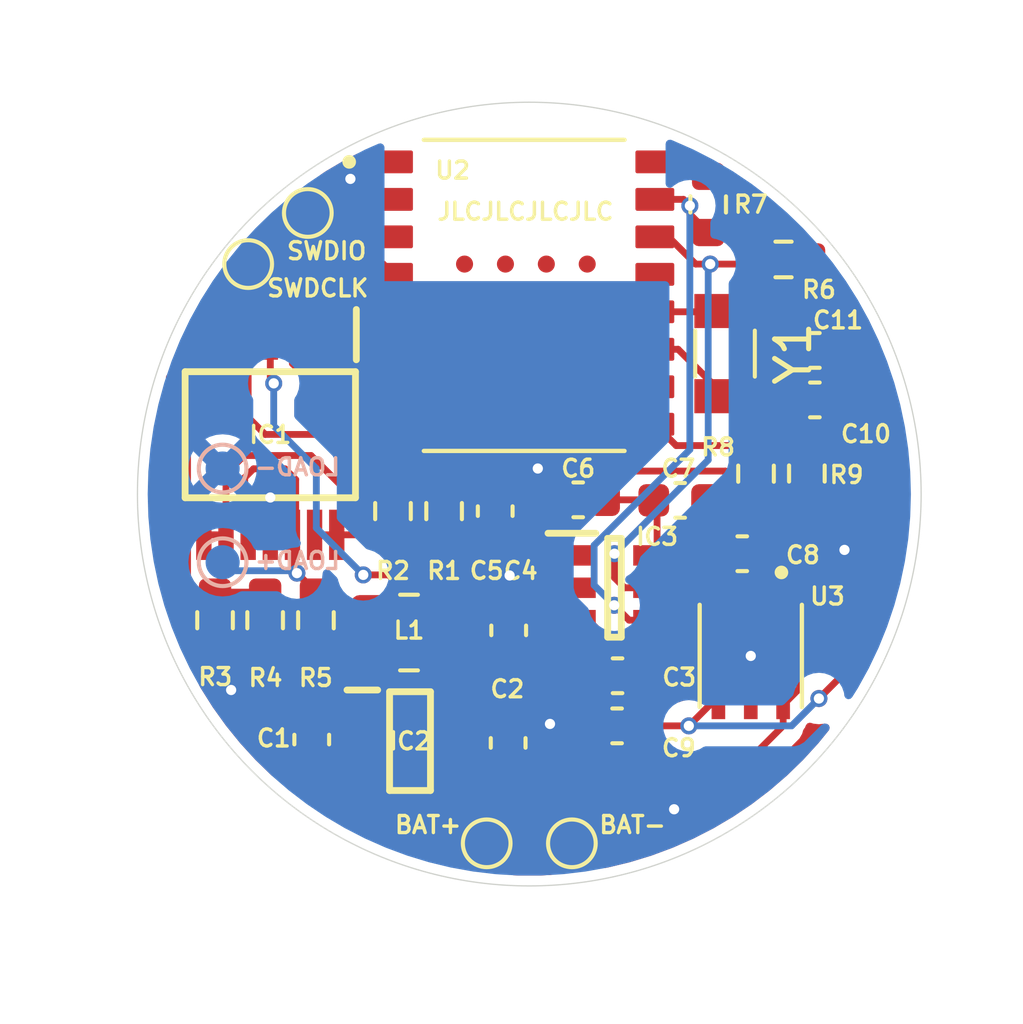
<source format=kicad_pcb>
(kicad_pcb (version 20240108) (generator "pcbnew") (generator_version "8.0")
  (layers (0 "F.Cu" signal) (31 "B.Cu" signal) (34 "B.Paste" user) (35 "F.Paste" user) (36 "B.SilkS" user "B.Silkscreen") (37 "F.SilkS" user "F.Silkscreen") (38 "B.Mask" user) (39 "F.Mask" user) (44 "Edge.Cuts" user))
  (net 0 "")
  (net 1 "/VBAT")
  (net 2 "GND")
  (net 3 "/5V")
  (net 4 "/3V3")
  (net 5 "/CTL_PIN")
  (net 6 "Net-(IC1--IN3)")
  (net 7 "Net-(IC1-OUT1)")
  (net 8 "/OP_PD2")
  (net 9 "/AMP_OUT")
  (net 10 "/OP_PD1")
  (net 11 "/OP_PD3")
  (net 12 "Net-(IC1--IN2)")
  (net 13 "Net-(IC1--IN1)")
  (net 14 "/R1_OUT")
  (net 15 "Net-(IC2-LX)")
  (net 16 "/SCL")
  (net 17 "/SDA")
  (net 18 "/V_SENSE")
  (net 19 "/XL1")
  (net 27 "/XL2")
  (net 29 "/SWDIO")
  (net 34 "/SWCLK")
  (footprint "Capacitor_SMD:C_0603_1608Metric" (layer "F.Cu") (at 149.090309 85.831819 180)
    (property "Reference" "C3")
    (property "Value" "0.1uF")
  )
  (footprint "TestPoint:TestPoint_Pad_D1.0mm" (layer "F.Cu") (at 147.75 90.75)
    (property "Reference" "TP4" (hide yes))
    (property "Value" "TestPoint")
  )
  (footprint "TestPoint:TestPoint_Pad_D1.0mm" (layer "F.Cu") (at 138.25 73.75)
    (property "Reference" "TP6" (hide yes))
    (property "Value" "TestPoint")
  )
  (footprint "Resistor_SMD:R_0603_1608Metric" (layer "F.Cu") (at 138.748072 84.202272 90)
    (property "Reference" "R4")
    (property "Value" "27.4k")
  )
  (footprint "Capacitor_SMD:C_0603_1608Metric" (layer "F.Cu") (at 145.879588 87.802528 90)
    (property "Reference" "C2")
    (property "Value" "10uF")
  )
  (footprint "Capacitor_SMD:C_0603_1608Metric" (layer "F.Cu") (at 145.89579 84.5 90)
    (property "Reference" "C4")
    (property "Value" "10uF")
  )
  (footprint "Capacitor_SMD:C_0603_1608Metric" (layer "F.Cu") (at 147.935399 80.668573 180)
    (property "Reference" "C6")
    (property "Value" "0.1uF")
  )
  (footprint "Capacitor_SMD:C_0603_1608Metric" (layer "F.Cu") (at 140.115365 87.70447 90)
    (property "Reference" "C1")
    (property "Value" "4.7uF")
  )
  (footprint "Resistor_SMD:R_0603_1608Metric" (layer "F.Cu") (at 144 81 -90)
    (property "Reference" "R1")
    (property "Value" "27.4k")
  )
  (footprint "TestPoint:TestPoint_Pad_D1.0mm" (layer "F.Cu") (at 145.25 90.75)
    (property "Reference" "TP3" (hide yes))
    (property "Value" "TestPoint")
  )
  (footprint "Inductor_SMD:L_1008_2520Metric" (layer "F.Cu") (at 142.970338 84.564175)
    (property "Reference" "L1")
    (property "Value" "4.7uH")
  )
  (footprint "custom:MODULE_BC832" (layer "F.Cu") (at 146.35 74.669)
    (property "Reference" "U2")
    (property "Value" "BC832")
  )
  (footprint "Crystal:Crystal_SMD_3215-2Pin_3.2x1.5mm" (layer "F.Cu") (at 152.244226 76.377886 -90)
    (property "Reference" "Y1")
    (property "Value" "32.768KHz")
  )
  (footprint "Capacitor_SMD:C_0603_1608Metric" (layer "F.Cu") (at 150.92833 80.684051)
    (property "Reference" "C7")
    (property "Value" "10uF")
  )
  (footprint "Capacitor_SMD:C_0603_1608Metric" (layer "F.Cu") (at 145.5 81 -90)
    (property "Reference" "C5")
    (property "Value" "0.1uF")
  )
  (footprint "Capacitor_SMD:C_0603_1608Metric" (layer "F.Cu") (at 154.880865 77.736721 180)
    (property "Reference" "C10")
    (property "Value" "12pF")
  )
  (footprint "custom:SOP65P640X120-14N" (layer "F.Cu") (at 138.899173 78.75822 -90)
    (property "Reference" "IC1")
    (property "Value" "ADA4891-3ARUZ-R7" (hide yes))
  )
  (footprint "custom:SOT-25-5" (layer "F.Cu") (at 143 87.75)
    (property "Reference" "IC2")
    (property "Value" "XC9140A501MR-G" (hide yes))
  )
  (footprint "Capacitor_SMD:C_0603_1608Metric" (layer "F.Cu") (at 149.076072 87.302734)
    (property "Reference" "C9")
    (property "Value" "1uF")
  )
  (footprint "Capacitor_SMD:C_0603_1608Metric" (layer "F.Cu") (at 154.880865 76.283876)
    (property "Reference" "C11")
    (property "Value" "12pF")
  )
  (footprint "Resistor_SMD:R_0603_1608Metric" (layer "F.Cu") (at 154.646134 79.896706 -90)
    (property "Reference" "R9")
    (property "Value" "3.3k")
  )
  (footprint "Capacitor_SMD:C_0603_1608Metric" (layer "F.Cu") (at 152.75 82.25 180)
    (property "Reference" "C8")
    (property "Value" "1uF")
  )
  (footprint "TestPoint:TestPoint_Pad_D1.0mm" (layer "F.Cu") (at 140 72.25)
    (property "Reference" "TP5" (hide yes))
    (property "Value" "TestPoint")
  )
  (footprint "Resistor_SMD:R_0603_1608Metric" (layer "F.Cu") (at 151.75 72 -90)
    (property "Reference" "R7")
    (property "Value" "4.7k")
  )
  (footprint "Resistor_SMD:R_0603_1608Metric" (layer "F.Cu") (at 153.961051 73.614727 180)
    (property "Reference" "R6")
    (property "Value" "4.7k")
  )
  (footprint "Resistor_SMD:R_0603_1608Metric" (layer "F.Cu") (at 142.5 81 90)
    (property "Reference" "R2")
    (property "Value" "27.4k")
  )
  (footprint "custom:SON95P300X300X100-7N" (layer "F.Cu") (at 153 85.25 -90)
    (property "Reference" "U3")
    (property "Value" "LD39050PU33R")
  )
  (footprint "Resistor_SMD:R_0603_1608Metric" (layer "F.Cu") (at 153.154277 79.901705 90)
    (property "Reference" "R8")
    (property "Value" "1.74k")
  )
  (footprint "Resistor_SMD:R_0603_1608Metric" (layer "F.Cu") (at 137.278072 84.202272 90)
    (property "Reference" "R3")
    (property "Value" "27.4k")
  )
  (footprint "Resistor_SMD:R_0603_1608Metric" (layer "F.Cu") (at 140.238576 84.203224 -90)
    (property "Reference" "R5")
    (property "Value" "1k")
  )
  (footprint "custom:SOT-23-6" (layer "F.Cu") (at 149 83.25)
    (property "Reference" "IC3")
    (property "Value" "MCP4706A1T-E_CH" (hide yes))
  )
  (footprint "TestPoint:TestPoint_Pad_D1.0mm" (layer "B.Cu") (at 137.5 82.5 180)
    (property "Reference" "TP1" (hide yes))
    (property "Value" "TestPoint")
  )
  (footprint "TestPoint:TestPoint_Pad_D1.0mm" (layer "B.Cu") (at 137.5 79.75 180)
    (property "Reference" "TP2" (hide yes))
    (property "Value" "TestPoint")
  )
  (gr_circle (center 146.5 80.5) (end 158 80.5) (stroke (width 0.0381)) (fill none) (layer "Edge.Cuts"))
  (gr_text "LOAD-" (at 141 80 0) (layer "B.SilkS") (effects (font (size 0.5 0.5) (thickness 0.1) (bold yes)) (justify left bottom mirror)))
  (gr_text "LOAD+" (at 141 82.75 0) (layer "B.SilkS") (effects (font (size 0.5 0.5) (thickness 0.1) (bold yes)) (justify left bottom mirror)))
  (gr_text "JLCJLCJLCJLC" (at 143.75 72.5 0) (layer "F.SilkS") (effects (font (size 0.5 0.5) (thickness 0.1) (bold yes)) (justify left bottom)))
  (gr_text "BAT+" (at 142.5 90.5 0) (layer "F.SilkS") (effects (font (size 0.5 0.5) (thickness 0.1) (bold yes)) (justify left bottom)))
  (gr_text "SWDIO" (at 139.33254 73.658942 0) (layer "F.SilkS") (effects (font (size 0.5 0.5) (thickness 0.1) (bold yes)) (justify left bottom)))
  (gr_text "SWDCLK\n" (at 138.75 74.75 0) (layer "F.SilkS") (effects (font (size 0.5 0.5) (thickness 0.1) (bold yes)) (justify left bottom)))
  (gr_text "BAT-" (at 148.5 90.5 0) (layer "F.SilkS") (effects (font (size 0.5 0.5) (thickness 0.1) (bold yes)) (justify left bottom)))
  (segment (start 142.104 88.7) (end 142.5 88.304) (width 0.2) (layer "F.Cu") (net 1))
  (segment (start 142.5 87.25) (end 142.05 86.8) (width 0.2) (layer "F.Cu") (net 1))
  (segment (start 141.6 84.859513) (end 141.895338 84.564175) (width 0.2) (layer "F.Cu") (net 1))
  (segment (start 142.5 88.304) (end 142.5 87.25) (width 0.2) (layer "F.Cu") (net 1))
  (segment (start 141.6 88.7) (end 142.104 88.7) (width 0.2) (layer "F.Cu") (net 1))
  (segment (start 141.6 86.8) (end 141.6 84.859513) (width 0.2) (layer "F.Cu") (net 1))
  (segment (start 145.25 90.75) (end 143.65 90.75) (width 0.2) (layer "F.Cu") (net 1))
  (segment (start 142.05 86.8) (end 141.6 86.8) (width 0.2) (layer "F.Cu") (net 1))
  (segment (start 141.37947 88.47947) (end 141.6 88.7) (width 0.2) (layer "F.Cu") (net 1))
  (segment (start 140.115365 88.47947) (end 141.37947 88.47947) (width 0.2) (layer "F.Cu") (net 1))
  (segment (start 143.65 90.75) (end 141.6 88.7) (width 0.2) (layer "F.Cu") (net 1))
  (segment (start 148.301072 87.302734) (end 147.164397 87.302734) (width 0.2) (layer "F.Cu") (net 2))
  (segment (start 140.115365 86.92947) (end 140.935895 87.75) (width 0.2) (layer "F.Cu") (net 2))
  (segment (start 145.922673 83.698117) (end 145.922673 82.888757) (width 0.2) (layer "F.Cu") (net 2))
  (segment (start 140.935895 87.75) (end 141.6 87.75) (width 0.2) (layer "F.Cu") (net 2))
  (segment (start 147.164397 87.302734) (end 147.107265 87.245602) (width 0.2) (layer "F.Cu") (net 2))
  (segment (start 151.70333 80.70333) (end 151.70333 80.684051) (width 0.2) (layer "F.Cu") (net 2))
  (segment (start 151.97833 80.70333) (end 151.70333 80.70333) (width 0.2) (layer "F.Cu") (net 2))
  (segment (start 138.899173 80.600827) (end 138.899173 81.69622) (width 0.2) (layer "F.Cu") (net 2))
  (segment (start 141.749 70.751) (end 142.515 70.751) (width 0.2) (layer "F.Cu") (net 2))
  (segment (start 147.050133 87.302734) (end 146.154794 87.302734) (width 0.2) (layer "F.Cu") (net 2))
  (segment (start 145.922673 82.888757) (end 146.283916 83.25) (width 0.2) (layer "F.Cu") (net 2))
  (segment (start 146.154794 87.302734) (end 145.879588 87.027528) (width 0.2) (layer "F.Cu") (net 2))
  (segment (start 146.75 79.75) (end 146.275 80.225) (width 0.2) (layer "F.Cu") (net 2))
  (segment (start 145.89579 83.725) (end 145.922673 83.698117) (width 0.2) (layer "F.Cu") (net 2))
  (segment (start 147.107265 87.245602) (end 147.050133 87.302734) (width 0.2) (layer "F.Cu") (net 2))
  (segment (start 146.75 79.75) (end 146.75 80.258174) (width 0.2) (layer "F.Cu") (net 2))
  (segment (start 153.525 82.25) (end 151.97833 80.70333) (width 0.2) (layer "F.Cu") (net 2))
  (segment (start 148.301072 87.302734) (end 148.301072 85.846056) (width 0.2) (layer "F.Cu") (net 2))
  (segment (start 141.25 71.25) (end 141.749 70.751) (width 0.2) (layer "F.Cu") (net 2))
  (segment (start 146.75 80.258174) (end 147.160399 80.668573) (width 0.2) (layer "F.Cu") (net 2))
  (segment (start 146.283916 83.25) (end 147.75 83.25) (width 0.2) (layer "F.Cu") (net 2))
  (segment (start 146.275 80.225) (end 145.5 80.225) (width 0.2) (layer "F.Cu") (net 2))
  (segment (start 148.301072 85.846056) (end 148.315309 85.831819) (width 0.2) (layer "F.Cu") (net 2))
  (via (at 150.75 89.75) (size 0.5) (drill 0.3) (layers "F.Cu" "B.Cu") (net 2))
  (via (at 155.75 82.138389) (size 0.5) (drill 0.3) (layers "F.Cu" "B.Cu") (net 2))
  (via (at 141.25 71.25) (size 0.5) (drill 0.3) (layers "F.Cu" "B.Cu") (net 2))
  (via (at 145.922673 82.888757) (size 0.5) (drill 0.3) (layers "F.Cu" "B.Cu") (net 2))
  (via (at 137.75 86.25) (size 0.5) (drill 0.3) (layers "F.Cu" "B.Cu") (net 2))
  (via (at 138.899173 80.600827) (size 0.5) (drill 0.3) (layers "F.Cu" "B.Cu") (net 2))
  (via (at 146.75 79.75) (size 0.5) (drill 0.3) (layers "F.Cu" "B.Cu") (net 2))
  (via (at 147.107265 87.245602) (size 0.5) (drill 0.3) (layers "F.Cu" "B.Cu") (net 2))
  (via (at 153 85.25) (size 0.5) (drill 0.3) (layers "F.Cu" "B.Cu") (net 2))
  (segment (start 150.25 80.780721) (end 150.15333 80.684051) (width 0.2) (layer "F.Cu") (net 3))
  (segment (start 150.25 82.3) (end 150.25 80.780721) (width 0.2) (layer "F.Cu") (net 3))
  (segment (start 153.95 83.345) (end 153.605 83) (width 0.2) (layer "F.Cu") (net 3))
  (segment (start 150.137852 80.668573) (end 150.15333 80.684051) (width 0.2) (layer "F.Cu") (net 3))
  (segment (start 152.25 83) (end 151.975 82.725) (width 0.2) (layer "F.Cu") (net 3))
  (segment (start 148.710399 80.668573) (end 150.137852 80.668573) (width 0.2) (layer "F.Cu") (net 3))
  (segment (start 153.605 83) (end 152.25 83) (width 0.2) (layer "F.Cu") (net 3))
  (segment (start 153.95 87.3) (end 153.95 86.685) (width 0.2) (layer "F.Cu") (net 3))
  (segment (start 154.4365 84.3015) (end 153.95 83.815) (width 0.2) (layer "F.Cu") (net 3))
  (segment (start 139 77.25) (end 138.899173 77.149173) (width 0.2) (layer "F.Cu") (net 3))
  (segment (start 151.925 82.3) (end 150.25 82.3) (width 0.2) (layer "F.Cu") (net 3))
  (segment (start 145.757116 88.7) (end 145.879588 88.577528) (width 0.2) (layer "F.Cu") (net 3))
  (segment (start 151.975 82.25) (end 151.925 82.3) (width 0.2) (layer "F.Cu") (net 3))
  (segment (start 152.672472 88.577528) (end 153.95 87.3) (width 0.2) (layer "F.Cu") (net 3))
  (segment (start 153.95 83.815) (end 153.95 83.345) (width 0.2) (layer "F.Cu") (net 3))
  (segment (start 142.372138 82.872138) (end 143 83.5) (width 0.2) (layer "F.Cu") (net 3))
  (segment (start 144.4 88.7) (end 145.757116 88.7) (width 0.2) (layer "F.Cu") (net 3))
  (segment (start 141.627862 82.872138) (end 142.372138 82.872138) (width 0.2) (layer "F.Cu") (net 3))
  (segment (start 154.4365 86.1985) (end 154.4365 84.3015) (width 0.2) (layer "F.Cu") (net 3))
  (segment (start 143 83.5) (end 143 87.3) (width 0.2) (layer "F.Cu") (net 3))
  (segment (start 153.95 86.685) (end 154.4365 86.1985) (width 0.2) (layer "F.Cu") (net 3))
  (segment (start 145.879588 88.577528) (end 152.672472 88.577528) (width 0.2) (layer "F.Cu") (net 3))
  (segment (start 143 87.3) (end 144.4 88.7) (width 0.2) (layer "F.Cu") (net 3))
  (segment (start 151.975 82.725) (end 151.975 82.25) (width 0.2) (layer "F.Cu") (net 3))
  (segment (start 138.899173 77.149173) (end 138.899173 75.82022) (width 0.2) (layer "F.Cu") (net 3))
  (via (at 139 77.25) (size 0.5) (drill 0.3) (layers "F.Cu" "B.Cu") (net 3))
  (via (at 141.627862 82.872138) (size 0.5) (drill 0.3) (layers "F.Cu" "B.Cu") (net 3))
  (segment (start 139 78.5) (end 140.25 79.75) (width 0.2) (layer "B.Cu") (net 3))
  (segment (start 140.25 81.494276) (end 141.627862 82.872138) (width 0.2) (layer "B.Cu") (net 3))
  (segment (start 140.25 79.75) (end 140.25 81.494276) (width 0.2) (layer "B.Cu") (net 3))
  (segment (start 139 77.25) (end 139 78.5) (width 0.2) (layer "B.Cu") (net 3))
  (segment (start 149.865309 85.831819) (end 148.23349 84.2) (width 0.2) (layer "F.Cu") (net 4))
  (segment (start 154.786051 74.286051) (end 156.054876 75.554876) (width 0.2) (layer "F.Cu") (net 4))
  (segment (start 156.5 75.969369) (end 156.5 85) (width 0.2) (layer "F.Cu") (net 4))
  (segment (start 150.186 70.75) (end 150.185 70.751) (width 0.2) (layer "F.Cu") (net 4))
  (segment (start 148.23349 84.2) (end 147.75 84.2) (width 0.2) (layer "F.Cu") (net 4))
  (segment (start 154.575389 73.614727) (end 152.135662 71.175) (width 0.2) (layer "F.Cu") (net 4))
  (segment (start 154.786051 73.614727) (end 154.575389 73.614727) (width 0.2) (layer "F.Cu") (net 4))
  (segment (start 151.75 71.175) (end 151.425 71.175) (width 0.2) (layer "F.Cu") (net 4))
  (segment (start 152.135662 71.175) (end 151.75 71.175) (width 0.2) (layer "F.Cu") (net 4))
  (segment (start 151.8 86.685) (end 152.05 86.685) (width 0.2) (layer "F.Cu") (net 4))
  (segment (start 151.182266 87.302734) (end 151.8 86.685) (width 0.2) (layer "F.Cu") (net 4))
  (segment (start 156.085507 75.554876) (end 156.5 75.969369) (width 0.2) (layer "F.Cu") (net 4))
  (segment (start 146.675 85.275) (end 147.75 84.2) (width 0.2) (layer "F.Cu") (net 4))
  (segment (start 154.786051 73.614727) (end 154.786051 74.286051) (width 0.2) (layer "F.Cu") (net 4))
  (segment (start 156.5 85) (end 155 86.5) (width 0.2) (layer "F.Cu") (net 4))
  (segment (start 151.425 71.175) (end 151 70.75) (width 0.2) (layer "F.Cu") (net 4))
  (segment (start 151 70.75) (end 150.186 70.75) (width 0.2) (layer "F.Cu") (net 4))
  (segment (start 145.89579 85.275) (end 146.675 85.275) (width 0.2) (layer "F.Cu") (net 4))
  (segment (start 149.851072 85.846056) (end 149.865309 85.831819) (width 0.2) (layer "F.Cu") (net 4))
  (segment (start 149.851072 87.302734) (end 149.851072 85.846056) (width 0.2) (layer "F.Cu") (net 4))
  (segment (start 156.054876 75.554876) (end 156.085507 75.554876) (width 0.2) (layer "F.Cu") (net 4))
  (segment (start 149.851072 87.302734) (end 151.182266 87.302734) (width 0.2) (layer "F.Cu") (net 4))
  (via (at 151.182266 87.302734) (size 0.5) (drill 0.3) (layers "F.Cu" "B.Cu") (net 4))
  (via (at 155 86.5) (size 0.5) (drill 0.3) (layers "F.Cu" "B.Cu") (net 4))
  (segment (start 155 86.5) (end 154.197266 87.302734) (width 0.2) (layer "B.Cu") (net 4))
  (segment (start 154.197266 87.302734) (end 151.182266 87.302734) (width 0.2) (layer "B.Cu") (net 4))
  (segment (start 146.025 82.3) (end 147.75 82.3) (width 0.2) (layer "F.Cu") (net 5))
  (segment (start 145.5 81.775) (end 144.05 81.775) (width 0.2) (layer "F.Cu") (net 5))
  (segment (start 144.05 81.775) (end 144 81.825) (width 0.2) (layer "F.Cu") (net 5))
  (segment (start 145.5 81.775) (end 146.025 82.3) (width 0.2) (layer "F.Cu") (net 5))
  (segment (start 138.131 79.369) (end 140.095202 79.369) (width 0.2) (layer "F.Cu") (net 6))
  (segment (start 137.258951 81.69622) (end 137.599173 81.69622) (width 0.2) (layer "F.Cu") (net 6))
  (segment (start 146.629033 81.5) (end 147.625 81.5) (width 0.2) (layer "F.Cu") (net 6))
  (segment (start 147.625 81.5) (end 147.944557 81.180443) (width 0.2) (layer "F.Cu") (net 6))
  (segment (start 140.095202 79.369) (end 141.726202 81) (width 0.2) (layer "F.Cu") (net 6))
  (segment (start 141.726202 81) (end 146.129033 81) (width 0.2) (layer "F.Cu") (net 6))
  (segment (start 146.129033 81) (end 146.629033 81.5) (width 0.2) (layer "F.Cu") (net 6))
  (segment (start 152.252572 79.825) (end 153.154277 80.726705) (width 0.2) (layer "F.Cu") (net 6))
  (segment (start 137.599173 81.69622) (end 137.599173 79.900827) (width 0.2) (layer "F.Cu") (net 6))
  (segment (start 136.949173 81.69622) (end 137.258951 81.69622) (width 0.2) (layer "F.Cu") (net 6))
  (segment (start 147.944557 81.180443) (end 147.944557 80.141145) (width 0.2) (layer "F.Cu") (net 6))
  (segment (start 147.944557 80.141145) (end 148.260702 79.825) (width 0.2) (layer "F.Cu") (net 6))
  (segment (start 148.260702 79.825) (end 152.252572 79.825) (width 0.2) (layer "F.Cu") (net 6))
  (segment (start 137.599173 79.900827) (end 138.131 79.369) (width 0.2) (layer "F.Cu") (net 6))
  (segment (start 136.949173 75.82022) (end 136.949173 76.061298) (width 0.2) (layer "F.Cu") (net 7))
  (segment (start 136.949173 76.061298) (end 135.94 77.070471) (width 0.2) (layer "F.Cu") (net 7))
  (segment (start 138.748072 85.027272) (end 140.237624 85.027272) (width 0.2) (layer "F.Cu") (net 7))
  (segment (start 137.943877 84.223077) (end 138.748072 85.027272) (width 0.2) (layer "F.Cu") (net 7))
  (segment (start 136.682162 84.223077) (end 137.943877 84.223077) (width 0.2) (layer "F.Cu") (net 7))
  (segment (start 135.94 77.070471) (end 135.94 83.480915) (width 0.2) (layer "F.Cu") (net 7))
  (segment (start 140.237624 85.027272) (end 140.238576 85.028224) (width 0.2) (layer "F.Cu") (net 7))
  (segment (start 135.94 83.480915) (end 136.682162 84.223077) (width 0.2) (layer "F.Cu") (net 7))
  (segment (start 140.199173 75.82022) (end 140.199173 76.781673) (width 0.2) (layer "F.Cu") (net 8))
  (segment (start 140.7685 77.351) (end 142.515 77.351) (width 0.2) (layer "F.Cu") (net 8))
  (segment (start 140.199173 76.781673) (end 140.7685 77.351) (width 0.2) (layer "F.Cu") (net 8))
  (segment (start 139.680176 82.819824) (end 140.238576 83.378224) (width 0.2) (layer "F.Cu") (net 9))
  (segment (start 138.146766 81.593813) (end 138.146766 80.017582) (width 0.2) (layer "F.Cu") (net 9))
  (segment (start 139.643949 81.601444) (end 139.549173 81.69622) (width 0.2) (layer "F.Cu") (net 9))
  (segment (start 138.406128 79.75822) (end 139.328697 79.75822) (width 0.2) (layer "F.Cu") (net 9))
  (segment (start 138.146766 80.017582) (end 138.406128 79.75822) (width 0.2) (layer "F.Cu") (net 9))
  (segment (start 138.249173 81.69622) (end 138.146766 81.593813) (width 0.2) (layer "F.Cu") (net 9))
  (segment (start 139.549173 81.69622) (end 139.549173 82.688821) (width 0.2) (layer "F.Cu") (net 9))
  (segment (start 139.549173 82.688821) (end 140.238576 83.378224) (width 0.2) (layer "F.Cu") (net 9))
  (segment (start 139.328697 79.75822) (end 139.643949 80.073472) (width 0.2) (layer "F.Cu") (net 9))
  (segment (start 139.643949 80.073472) (end 139.643949 81.601444) (width 0.2) (layer "F.Cu") (net 9))
  (via (at 139.680176 82.819824) (size 0.5) (drill 0.3) (layers "F.Cu" "B.Cu") (net 9))
  (segment (start 137.75 82.75) (end 137.5 82.5) (width 0.2) (layer "B.Cu") (net 9))
  (segment (start 139.680176 82.819824) (end 139.610352 82.75) (width 0.2) (layer "B.Cu") (net 9))
  (segment (start 139.610352 82.75) (end 137.75 82.75) (width 0.2) (layer "B.Cu") (net 9))
  (segment (start 141.279953 76.251) (end 142.515 76.251) (width 0.2) (layer "F.Cu") (net 10))
  (segment (start 140.7 75.969393) (end 140.7 76.3245) (width 0.2) (layer "F.Cu") (net 10))
  (segment (start 140.849173 75.82022) (end 140.7 75.969393) (width 0.2) (layer "F.Cu") (net 10))
  (segment (start 140.849173 75.82022) (end 141.279953 76.251) (width 0.2) (layer "F.Cu") (net 10))
  (segment (start 141.329685 78.451) (end 142.515 78.451) (width 0.2) (layer "F.Cu") (net 11))
  (segment (start 139.549173 76.670488) (end 141.329685 78.451) (width 0.2) (layer "F.Cu") (net 11))
  (segment (start 139.549173 75.82022) (end 139.549173 76.670488) (width 0.2) (layer "F.Cu") (net 11))
  (segment (start 140.199173 81.69622) (end 142.37122 81.69622) (width 0.2) (layer "F.Cu") (net 12))
  (segment (start 142.37122 81.69622) (end 142.5 81.825) (width 0.2) (layer "F.Cu") (net 12))
  (segment (start 136.803072 83.377272) (end 136.470173 83.044373) (width 0.2) (layer "F.Cu") (net 13))
  (segment (start 137.278072 83.377272) (end 138.748072 83.377272) (width 0.2) (layer "F.Cu") (net 13))
  (segment (start 137.278072 83.377272) (end 136.803072 83.377272) (width 0.2) (layer "F.Cu") (net 13))
  (segment (start 136.470173 78.029827) (end 137.599173 76.900827) (width 0.2) (layer "F.Cu") (net 13))
  (segment (start 136.470173 83.044373) (end 136.470173 78.029827) (width 0.2) (layer "F.Cu") (net 13))
  (segment (start 137.599173 76.900827) (end 137.599173 75.82022) (width 0.2) (layer "F.Cu") (net 13))
  (segment (start 140.625 78.75) (end 142.05 80.175) (width 0.2) (layer "F.Cu") (net 14))
  (segment (start 138.249173 75.82022) (end 138.249173 78.249173) (width 0.2) (layer "F.Cu") (net 14))
  (segment (start 142.05 80.175) (end 144 80.175) (width 0.2) (layer "F.Cu") (net 14))
  (segment (start 138.75 78.75) (end 140.625 78.75) (width 0.2) (layer "F.Cu") (net 14))
  (segment (start 138.249173 78.249173) (end 138.75 78.75) (width 0.2) (layer "F.Cu") (net 14))
  (segment (start 144.045338 86.445338) (end 144.4 86.8) (width 0.2) (layer "F.Cu") (net 15))
  (segment (start 144.045338 84.564175) (end 144.045338 86.445338) (width 0.2) (layer "F.Cu") (net 15))
  (segment (start 150.25 83.25) (end 149.296 83.25) (width 0.2) (layer "F.Cu") (net 16))
  (segment (start 153.000778 73.75) (end 153.136051 73.614727) (width 0.2) (layer "F.Cu") (net 16))
  (segment (start 149.296 83.25) (end 149 82.954) (width 0.2) (layer "F.Cu") (net 16))
  (segment (start 149 82.954) (end 149 82.25) (width 0.2) (layer "F.Cu") (net 16))
  (segment (start 151.8094 73.75) (end 153.000778 73.75) (width 0.2) (layer "F.Cu") (net 16))
  (segment (start 151.383022 73.75) (end 150.584022 72.951) (width 0.2) (layer "F.Cu") (net 16))
  (segment (start 151.8094 73.75) (end 151.383022 73.75) (width 0.2) (layer "F.Cu") (net 16))
  (segment (start 150.584022 72.951) (end 150.185 72.951) (width 0.2) (layer "F.Cu") (net 16))
  (via (at 149 82.25) (size 0.5) (drill 0.3) (layers "F.Cu" "B.Cu") (net 16))
  (via (at 151.8094 73.75) (size 0.5) (drill 0.3) (layers "F.Cu" "B.Cu") (net 16))
  (segment (start 151.75 79.5) (end 149 82.25) (width 0.2) (layer "B.Cu") (net 16))
  (segment (start 151.75 73.8094) (end 151.75 79.5) (width 0.2) (layer "B.Cu") (net 16))
  (segment (start 151.8094 73.75) (end 151.75 73.8094) (width 0.2) (layer "B.Cu") (net 16))
  (segment (start 151.2125 72.0375) (end 151.2125 72.2875) (width 0.2) (layer "F.Cu") (net 17))
  (segment (start 151.2125 72.2875) (end 151.75 72.825) (width 0.2) (layer "F.Cu") (net 17))
  (segment (start 149.428282 84.2) (end 148.991924 83.763642) (width 0.2) (layer "F.Cu") (net 17))
  (segment (start 151.2125 72.0375) (end 151.026 71.851) (width 0.2) (layer "F.Cu") (net 17))
  (segment (start 151.026 71.851) (end 150.185 71.851) (width 0.2) (layer "F.Cu") (net 17))
  (segment (start 150.25 84.2) (end 149.428282 84.2) (width 0.2) (layer "F.Cu") (net 17))
  (via (at 148.991924 83.763642) (size 0.5) (drill 0.3) (layers "F.Cu" "B.Cu") (net 17))
  (via (at 151.2125 72.0375) (size 0.5) (drill 0.3) (layers "F.Cu" "B.Cu") (net 17))
  (segment (start 151.2125 72.0375) (end 151.2125 79.193355) (width 0.2) (layer "B.Cu") (net 17))
  (segment (start 148.4031 83.174818) (end 148.991924 83.763642) (width 0.2) (layer "B.Cu") (net 17))
  (segment (start 151.2125 79.193355) (end 148.4031 82.002755) (width 0.2) (layer "B.Cu") (net 17))
  (segment (start 148.4031 82.002755) (end 148.4031 83.174818) (width 0.2) (layer "B.Cu") (net 17))
  (segment (start 150.810705 79.076705) (end 153.154277 79.076705) (width 0.2) (layer "F.Cu") (net 18))
  (segment (start 150.185 78.451) (end 150.810705 79.076705) (width 0.2) (layer "F.Cu") (net 18))
  (segment (start 153.154277 79.076705) (end 154.641135 79.076705) (width 0.2) (layer "F.Cu") (net 18))
  (segment (start 154.641135 79.076705) (end 154.646134 79.071706) (width 0.2) (layer "F.Cu") (net 18))
  (segment (start 152.244226 77.627886) (end 153.99703 77.627886) (width 0.2) (layer "F.Cu") (net 19))
  (segment (start 153.99703 77.627886) (end 154.105865 77.736721) (width 0.2) (layer "F.Cu") (net 19))
  (segment (start 150.86734 76.251) (end 150.185 76.251) (width 0.2) (layer "F.Cu") (net 19))
  (segment (start 152.244226 77.627886) (end 150.86734 76.251) (width 0.2) (layer "F.Cu") (net 19))
  (segment (start 150.185 75.151) (end 152.221112 75.151) (width 0.2) (layer "F.Cu") (net 27))
  (segment (start 154.105865 76.283876) (end 153.400216 76.283876) (width 0.2) (layer "F.Cu") (net 27))
  (segment (start 153.400216 76.283876) (end 152.244226 75.127886) (width 0.2) (layer "F.Cu") (net 27))
  (segment (start 152.221112 75.151) (end 152.244226 75.127886) (width 0.2) (layer "F.Cu") (net 27))
  (segment (start 142.515 72.951) (end 140.701 72.951) (width 0.2) (layer "F.Cu") (net 29))
  (segment (start 140.701 72.951) (end 140 72.25) (width 0.2) (layer "F.Cu") (net 29))
  (segment (start 138.25 73.75) (end 142.214 73.75) (width 0.2) (layer "F.Cu") (net 34))
  (segment (start 142.214 73.75) (end 142.515 74.051) (width 0.2) (layer "F.Cu") (net 34))
  (zone (net 2) (net_name "GND") (layers "F&B.Cu") (connect_pads (clearance 0.5)) (min_thickness 0.25) (fill yes (thermal_gap 0.5) (thermal_bridge_width 0.5))
    (polygon (pts (xy 131.191302 66) (xy 161 66) (xy 161 95) (xy 130.966496 95)))
  )
  (zone (net 0) (net_name "") (layer "B.Cu") (connect_pads (clearance 0)) (min_thickness 0.25)
    (keepout (tracks allowed) (vias allowed) (pads allowed) (copperpour not_allowed) (footprints allowed))
    (fill (thermal_gap 0.5) (thermal_bridge_width 0.5))
    (polygon (pts (xy 142.25 68.5) (xy 150.5 68.5) (xy 150.5 74.25) (xy 142.25 74.25)))
  )
)
</source>
